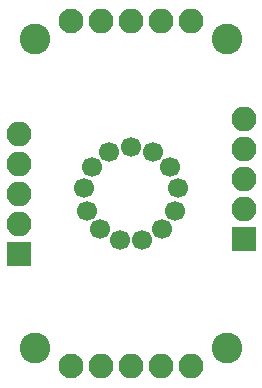
<source format=gbs>
G04 #@! TF.FileFunction,Soldermask,Bot*
%FSLAX46Y46*%
G04 Gerber Fmt 4.6, Leading zero omitted, Abs format (unit mm)*
G04 Created by KiCad (PCBNEW 4.0.4-stable) date 01/14/18 19:09:26*
%MOMM*%
%LPD*%
G01*
G04 APERTURE LIST*
%ADD10C,0.100000*%
%ADD11C,2.600000*%
%ADD12C,2.100000*%
%ADD13O,2.100000X2.100000*%
%ADD14R,2.100000X2.100000*%
%ADD15C,1.700000*%
G04 APERTURE END LIST*
D10*
D11*
X8128000Y-13081000D03*
X8128000Y13081000D03*
X-8128000Y13081000D03*
X-8128000Y-13081000D03*
D12*
X-5080000Y14605000D03*
D13*
X-2540000Y14605000D03*
X0Y14605000D03*
X2540000Y14605000D03*
X5080000Y14605000D03*
D14*
X-9525000Y-5080000D03*
D13*
X-9525000Y-2540000D03*
X-9525000Y0D03*
X-9525000Y2540000D03*
X-9525000Y5080000D03*
D12*
X-5080000Y-14605000D03*
D13*
X-2540000Y-14605000D03*
X0Y-14605000D03*
X2540000Y-14605000D03*
X5080000Y-14605000D03*
D14*
X9525000Y-3810000D03*
D13*
X9525000Y-1270000D03*
X9525000Y1270000D03*
X9525000Y3810000D03*
X9525000Y6350000D03*
D15*
X0Y4000000D03*
X1858893Y3541824D03*
X3291935Y2272259D03*
X3970835Y482147D03*
X3740065Y-1418420D03*
X2652491Y-2994043D03*
X957263Y-3883767D03*
X-957263Y-3883767D03*
X-2652491Y-2994043D03*
X-3740065Y-1418420D03*
X-3970835Y482147D03*
X-3291935Y2272259D03*
X-1858893Y3541824D03*
M02*

</source>
